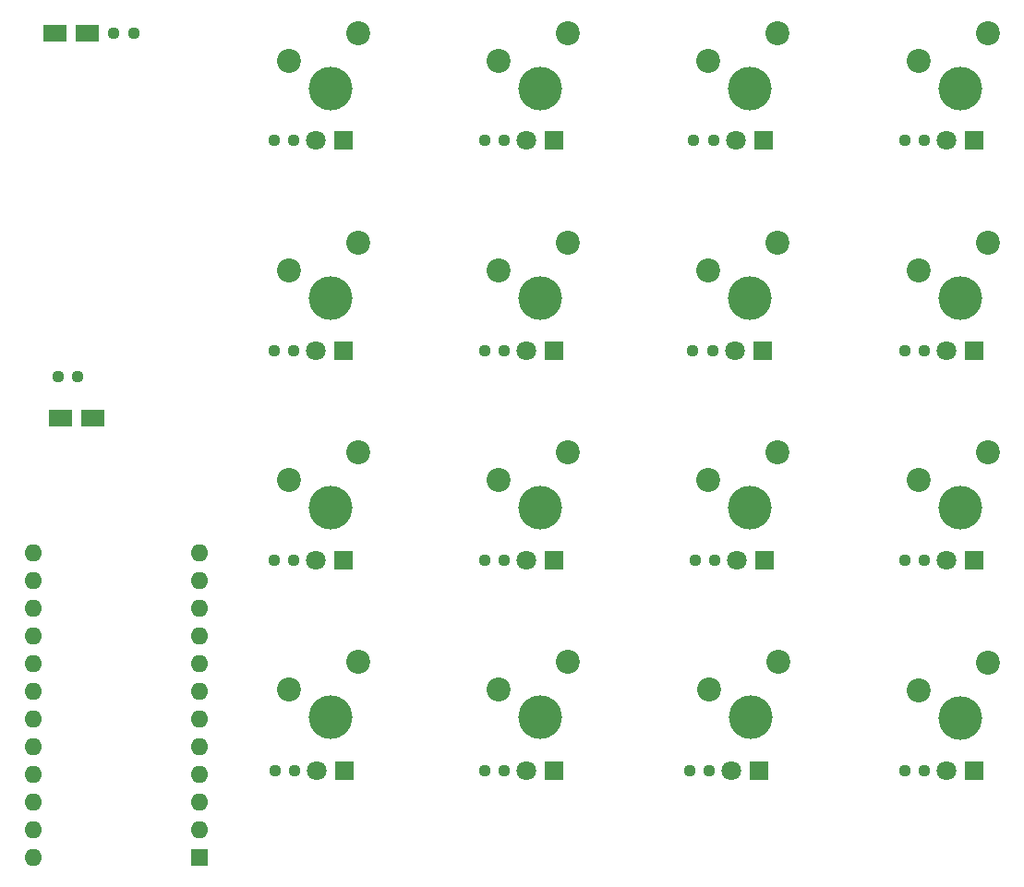
<source format=gbs>
G04 #@! TF.GenerationSoftware,KiCad,Pcbnew,9.0.0*
G04 #@! TF.CreationDate,2025-03-25T02:12:26-05:00*
G04 #@! TF.ProjectId,freeMacro_rev_1,66726565-4d61-4637-926f-5f7265765f31,rev?*
G04 #@! TF.SameCoordinates,Original*
G04 #@! TF.FileFunction,Soldermask,Bot*
G04 #@! TF.FilePolarity,Negative*
%FSLAX46Y46*%
G04 Gerber Fmt 4.6, Leading zero omitted, Abs format (unit mm)*
G04 Created by KiCad (PCBNEW 9.0.0) date 2025-03-25 02:12:26*
%MOMM*%
%LPD*%
G01*
G04 APERTURE LIST*
G04 Aperture macros list*
%AMRoundRect*
0 Rectangle with rounded corners*
0 $1 Rounding radius*
0 $2 $3 $4 $5 $6 $7 $8 $9 X,Y pos of 4 corners*
0 Add a 4 corners polygon primitive as box body*
4,1,4,$2,$3,$4,$5,$6,$7,$8,$9,$2,$3,0*
0 Add four circle primitives for the rounded corners*
1,1,$1+$1,$2,$3*
1,1,$1+$1,$4,$5*
1,1,$1+$1,$6,$7*
1,1,$1+$1,$8,$9*
0 Add four rect primitives between the rounded corners*
20,1,$1+$1,$2,$3,$4,$5,0*
20,1,$1+$1,$4,$5,$6,$7,0*
20,1,$1+$1,$6,$7,$8,$9,0*
20,1,$1+$1,$8,$9,$2,$3,0*%
%AMFreePoly0*
4,1,6,1.000000,0.000000,0.500000,-0.750000,-0.500000,-0.750000,-0.500000,0.750000,0.500000,0.750000,1.000000,0.000000,1.000000,0.000000,$1*%
G04 Aperture macros list end*
%ADD10C,4.000000*%
%ADD11C,2.200000*%
%ADD12R,1.800000X1.800000*%
%ADD13C,1.800000*%
%ADD14R,1.600000X1.600000*%
%ADD15O,1.600000X1.600000*%
%ADD16RoundRect,0.237500X-0.250000X-0.237500X0.250000X-0.237500X0.250000X0.237500X-0.250000X0.237500X0*%
%ADD17R,1.500000X1.500000*%
%ADD18FreePoly0,180.000000*%
%ADD19FreePoly0,0.000000*%
%ADD20RoundRect,0.237500X0.250000X0.237500X-0.250000X0.237500X-0.250000X-0.237500X0.250000X-0.237500X0*%
G04 APERTURE END LIST*
D10*
X98250000Y-70000000D03*
D11*
X100790000Y-64920000D03*
X94440000Y-67460000D03*
D10*
X136750000Y-70000000D03*
D11*
X139290000Y-64920000D03*
X132940000Y-67460000D03*
D12*
X157300000Y-74800000D03*
D13*
X154760000Y-74800000D03*
D10*
X156000000Y-70000000D03*
D11*
X158540000Y-64920000D03*
X152190000Y-67460000D03*
D12*
X138000000Y-74800000D03*
D13*
X135460000Y-74800000D03*
D10*
X136750000Y-89250000D03*
D11*
X139290000Y-84170000D03*
X132940000Y-86710000D03*
D10*
X98260000Y-127730000D03*
D11*
X100800000Y-122650000D03*
X94450000Y-125190000D03*
D14*
X86240000Y-140540000D03*
D15*
X86240000Y-138000000D03*
X86240000Y-135460000D03*
X86240000Y-132920000D03*
X86240000Y-130380000D03*
X86240000Y-127840000D03*
X86240000Y-125300000D03*
X86240000Y-122760000D03*
X86240000Y-120220000D03*
X86240000Y-117680000D03*
X86240000Y-115140000D03*
X86240000Y-112600000D03*
X71000000Y-112600000D03*
X71000000Y-115140000D03*
X71000000Y-117680000D03*
X71000000Y-120220000D03*
X71000000Y-122760000D03*
X71000000Y-125300000D03*
X71000000Y-127840000D03*
X71000000Y-130380000D03*
X71000000Y-132920000D03*
X71000000Y-135460000D03*
X71000000Y-138000000D03*
X71000000Y-140540000D03*
D12*
X99500000Y-113300000D03*
D13*
X96960000Y-113300000D03*
D12*
X157300000Y-132600000D03*
D13*
X154760000Y-132600000D03*
D10*
X98250000Y-108500000D03*
D11*
X100790000Y-103420000D03*
X94440000Y-105960000D03*
D12*
X157300000Y-94100000D03*
D13*
X154760000Y-94100000D03*
D10*
X98250000Y-89250000D03*
D11*
X100790000Y-84170000D03*
X94440000Y-86710000D03*
D10*
X117500000Y-70000000D03*
D11*
X120040000Y-64920000D03*
X113690000Y-67460000D03*
D10*
X156000000Y-89250000D03*
D11*
X158540000Y-84170000D03*
X152190000Y-86710000D03*
D12*
X99500000Y-94100000D03*
D13*
X96960000Y-94100000D03*
D12*
X99500000Y-74800000D03*
D13*
X96960000Y-74800000D03*
D12*
X137900000Y-94100000D03*
D13*
X135360000Y-94100000D03*
D10*
X117510000Y-108490000D03*
D11*
X120050000Y-103410000D03*
X113700000Y-105950000D03*
D10*
X156010000Y-108480000D03*
D11*
X158550000Y-103400000D03*
X152200000Y-105940000D03*
D10*
X117510000Y-127740000D03*
D11*
X120050000Y-122660000D03*
X113700000Y-125200000D03*
D12*
X118775000Y-113300000D03*
D13*
X116235000Y-113300000D03*
D10*
X117500000Y-89250000D03*
D11*
X120040000Y-84170000D03*
X113690000Y-86710000D03*
D10*
X136750000Y-108490000D03*
D11*
X139290000Y-103410000D03*
X132940000Y-105950000D03*
D12*
X118775000Y-94100000D03*
D13*
X116235000Y-94100000D03*
D12*
X99575000Y-132600000D03*
D13*
X97035000Y-132600000D03*
D12*
X138075000Y-113300000D03*
D13*
X135535000Y-113300000D03*
D12*
X157275000Y-113300000D03*
D13*
X154735000Y-113300000D03*
D12*
X118740000Y-132600000D03*
D13*
X116200000Y-132600000D03*
D12*
X137575000Y-132600000D03*
D13*
X135035000Y-132600000D03*
D10*
X136760000Y-127740000D03*
D11*
X139300000Y-122660000D03*
X132950000Y-125200000D03*
D12*
X118775000Y-74800000D03*
D13*
X116235000Y-74800000D03*
D10*
X156000000Y-127750000D03*
D11*
X158540000Y-122670000D03*
X152190000Y-125210000D03*
D16*
X93087500Y-74800000D03*
X94912500Y-74800000D03*
X112387500Y-74800000D03*
X114212500Y-74800000D03*
X150900000Y-74800000D03*
X152725000Y-74800000D03*
X112387500Y-132600000D03*
X114212500Y-132600000D03*
X131587500Y-74800000D03*
X133412500Y-74800000D03*
X150900000Y-113300000D03*
X152725000Y-113300000D03*
X112387500Y-94100000D03*
X114212500Y-94100000D03*
X131500000Y-94100000D03*
X133325000Y-94100000D03*
X150900000Y-94100000D03*
X152725000Y-94100000D03*
X73287500Y-96500000D03*
X75112500Y-96500000D03*
D17*
X75675000Y-65000000D03*
X73275000Y-65000000D03*
D18*
X76475000Y-65000000D03*
D19*
X72475000Y-65000000D03*
D20*
X80200000Y-65000000D03*
X78375000Y-65000000D03*
D17*
X76200000Y-100300000D03*
X73800000Y-100300000D03*
D18*
X77000000Y-100300000D03*
D19*
X73000000Y-100300000D03*
D16*
X112400000Y-113300000D03*
X114225000Y-113300000D03*
X93187500Y-132600000D03*
X95012500Y-132600000D03*
X131687500Y-113300000D03*
X133512500Y-113300000D03*
X150900000Y-132600000D03*
X152725000Y-132600000D03*
X93100000Y-113300000D03*
X94925000Y-113300000D03*
X131200000Y-132600000D03*
X133025000Y-132600000D03*
X93100000Y-94100000D03*
X94925000Y-94100000D03*
M02*

</source>
